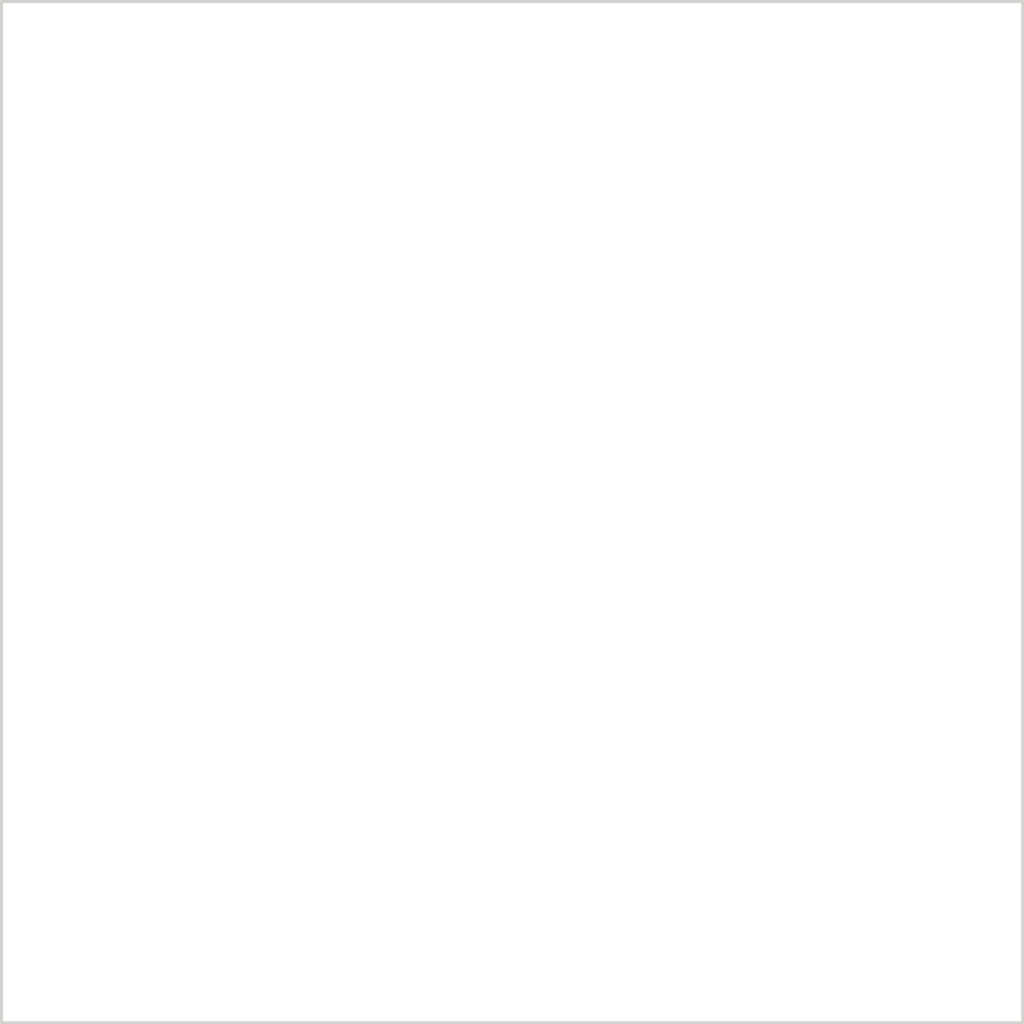
<source format=kicad_pcb>
(kicad_pcb (version 20171130) (host pcbnew 5.0.2-bee76a0~70~ubuntu18.04.1)

  (general
    (thickness 1.6)
    (drawings 4)
    (tracks 0)
    (zones 0)
    (modules 0)
    (nets 1)
  )

  (page A4)
  (layers
    (0 F.Cu signal)
    (31 B.Cu signal)
    (32 B.Adhes user)
    (33 F.Adhes user)
    (34 B.Paste user)
    (35 F.Paste user)
    (36 B.SilkS user)
    (37 F.SilkS user)
    (38 B.Mask user)
    (39 F.Mask user)
    (40 Dwgs.User user)
    (41 Cmts.User user)
    (42 Eco1.User user)
    (43 Eco2.User user)
    (44 Edge.Cuts user)
    (45 Margin user)
    (46 B.CrtYd user)
    (47 F.CrtYd user)
    (48 B.Fab user)
    (49 F.Fab user)
  )

  (setup
    (last_trace_width 0.25)
    (trace_clearance 0.2)
    (zone_clearance 0.508)
    (zone_45_only no)
    (trace_min 0.2)
    (segment_width 0.2)
    (edge_width 0.15)
    (via_size 0.8)
    (via_drill 0.4)
    (via_min_size 0.4)
    (via_min_drill 0.3)
    (uvia_size 0.3)
    (uvia_drill 0.1)
    (uvias_allowed no)
    (uvia_min_size 0.2)
    (uvia_min_drill 0.1)
    (pcb_text_width 0.3)
    (pcb_text_size 1.5 1.5)
    (mod_edge_width 0.15)
    (mod_text_size 1 1)
    (mod_text_width 0.15)
    (pad_size 1.524 1.524)
    (pad_drill 0.762)
    (pad_to_mask_clearance 0.051)
    (solder_mask_min_width 0.25)
    (aux_axis_origin 0 0)
    (visible_elements FFFFFF7F)
    (pcbplotparams
      (layerselection 0x010fc_ffffffff)
      (usegerberextensions false)
      (usegerberattributes false)
      (usegerberadvancedattributes false)
      (creategerberjobfile false)
      (excludeedgelayer true)
      (linewidth 0.100000)
      (plotframeref false)
      (viasonmask false)
      (mode 1)
      (useauxorigin false)
      (hpglpennumber 1)
      (hpglpenspeed 20)
      (hpglpendiameter 15.000000)
      (psnegative false)
      (psa4output false)
      (plotreference true)
      (plotvalue true)
      (plotinvisibletext false)
      (padsonsilk false)
      (subtractmaskfromsilk false)
      (outputformat 1)
      (mirror false)
      (drillshape 1)
      (scaleselection 1)
      (outputdirectory ""))
  )

  (net 0 "")

  (net_class Default "This is the default net class."
    (clearance 0.2)
    (trace_width 0.25)
    (via_dia 0.8)
    (via_drill 0.4)
    (uvia_dia 0.3)
    (uvia_drill 0.1)
  )

  (gr_line (start 10 60) (end 10 10) (layer Edge.Cuts) (width 0.15))
  (gr_line (start 60 60) (end 10 60) (layer Edge.Cuts) (width 0.15))
  (gr_line (start 60 10) (end 60 60) (layer Edge.Cuts) (width 0.15))
  (gr_line (start 10 10) (end 60 10) (layer Edge.Cuts) (width 0.15))

)

</source>
